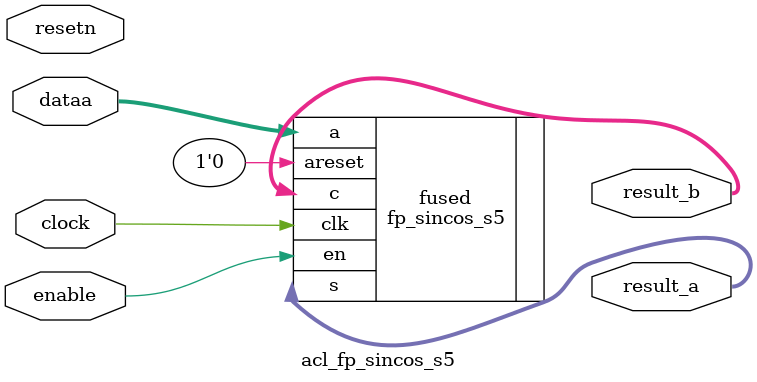
<source format=v>
    


module acl_fp_sincos_s5(clock, resetn, dataa, result_a, result_b, enable);
  input clock, resetn, enable;
  input [31:0] dataa;
  output [31:0] result_a; // sin
  output [31:0] result_b; // cos

  fp_sincos_s5 fused(
    .clk(clock),
    .areset(1'b0),
    .en(enable),
    .a(dataa),
    .s(result_a),
    .c(result_b));
    
endmodule

</source>
